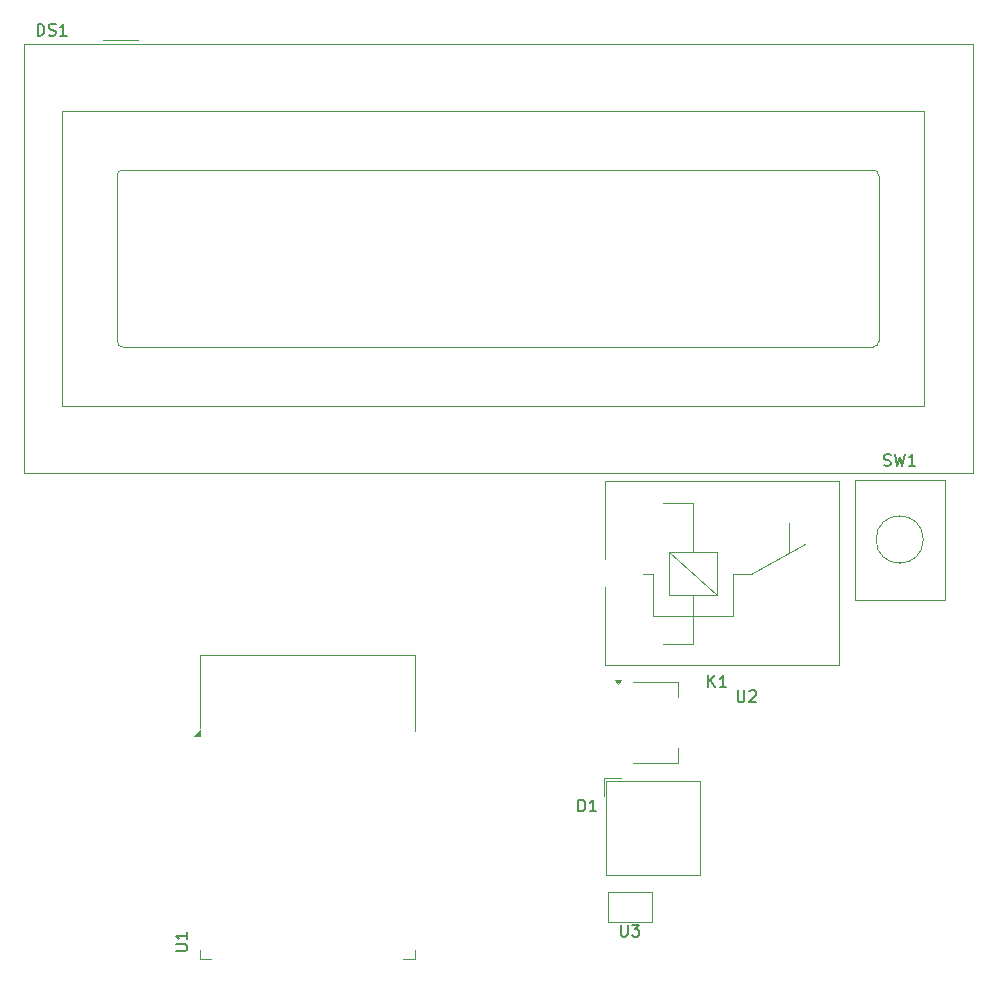
<source format=gbr>
%TF.GenerationSoftware,KiCad,Pcbnew,9.0.0*%
%TF.CreationDate,2025-03-30T19:27:41+05:30*%
%TF.ProjectId,Water_level_controller,57617465-725f-46c6-9576-656c5f636f6e,rev?*%
%TF.SameCoordinates,Original*%
%TF.FileFunction,Legend,Top*%
%TF.FilePolarity,Positive*%
%FSLAX46Y46*%
G04 Gerber Fmt 4.6, Leading zero omitted, Abs format (unit mm)*
G04 Created by KiCad (PCBNEW 9.0.0) date 2025-03-30 19:27:41*
%MOMM*%
%LPD*%
G01*
G04 APERTURE LIST*
%ADD10C,0.150000*%
%ADD11C,0.120000*%
G04 APERTURE END LIST*
D10*
X104404819Y-127756904D02*
X105214342Y-127756904D01*
X105214342Y-127756904D02*
X105309580Y-127709285D01*
X105309580Y-127709285D02*
X105357200Y-127661666D01*
X105357200Y-127661666D02*
X105404819Y-127566428D01*
X105404819Y-127566428D02*
X105404819Y-127375952D01*
X105404819Y-127375952D02*
X105357200Y-127280714D01*
X105357200Y-127280714D02*
X105309580Y-127233095D01*
X105309580Y-127233095D02*
X105214342Y-127185476D01*
X105214342Y-127185476D02*
X104404819Y-127185476D01*
X105404819Y-126185476D02*
X105404819Y-126756904D01*
X105404819Y-126471190D02*
X104404819Y-126471190D01*
X104404819Y-126471190D02*
X104547676Y-126566428D01*
X104547676Y-126566428D02*
X104642914Y-126661666D01*
X104642914Y-126661666D02*
X104690533Y-126756904D01*
X142098095Y-125559819D02*
X142098095Y-126369342D01*
X142098095Y-126369342D02*
X142145714Y-126464580D01*
X142145714Y-126464580D02*
X142193333Y-126512200D01*
X142193333Y-126512200D02*
X142288571Y-126559819D01*
X142288571Y-126559819D02*
X142479047Y-126559819D01*
X142479047Y-126559819D02*
X142574285Y-126512200D01*
X142574285Y-126512200D02*
X142621904Y-126464580D01*
X142621904Y-126464580D02*
X142669523Y-126369342D01*
X142669523Y-126369342D02*
X142669523Y-125559819D01*
X143050476Y-125559819D02*
X143669523Y-125559819D01*
X143669523Y-125559819D02*
X143336190Y-125940771D01*
X143336190Y-125940771D02*
X143479047Y-125940771D01*
X143479047Y-125940771D02*
X143574285Y-125988390D01*
X143574285Y-125988390D02*
X143621904Y-126036009D01*
X143621904Y-126036009D02*
X143669523Y-126131247D01*
X143669523Y-126131247D02*
X143669523Y-126369342D01*
X143669523Y-126369342D02*
X143621904Y-126464580D01*
X143621904Y-126464580D02*
X143574285Y-126512200D01*
X143574285Y-126512200D02*
X143479047Y-126559819D01*
X143479047Y-126559819D02*
X143193333Y-126559819D01*
X143193333Y-126559819D02*
X143098095Y-126512200D01*
X143098095Y-126512200D02*
X143050476Y-126464580D01*
X138511905Y-115954819D02*
X138511905Y-114954819D01*
X138511905Y-114954819D02*
X138750000Y-114954819D01*
X138750000Y-114954819D02*
X138892857Y-115002438D01*
X138892857Y-115002438D02*
X138988095Y-115097676D01*
X138988095Y-115097676D02*
X139035714Y-115192914D01*
X139035714Y-115192914D02*
X139083333Y-115383390D01*
X139083333Y-115383390D02*
X139083333Y-115526247D01*
X139083333Y-115526247D02*
X139035714Y-115716723D01*
X139035714Y-115716723D02*
X138988095Y-115811961D01*
X138988095Y-115811961D02*
X138892857Y-115907200D01*
X138892857Y-115907200D02*
X138750000Y-115954819D01*
X138750000Y-115954819D02*
X138511905Y-115954819D01*
X140035714Y-115954819D02*
X139464286Y-115954819D01*
X139750000Y-115954819D02*
X139750000Y-114954819D01*
X139750000Y-114954819D02*
X139654762Y-115097676D01*
X139654762Y-115097676D02*
X139559524Y-115192914D01*
X139559524Y-115192914D02*
X139464286Y-115240533D01*
X92715714Y-50287319D02*
X92715714Y-49287319D01*
X92715714Y-49287319D02*
X92953809Y-49287319D01*
X92953809Y-49287319D02*
X93096666Y-49334938D01*
X93096666Y-49334938D02*
X93191904Y-49430176D01*
X93191904Y-49430176D02*
X93239523Y-49525414D01*
X93239523Y-49525414D02*
X93287142Y-49715890D01*
X93287142Y-49715890D02*
X93287142Y-49858747D01*
X93287142Y-49858747D02*
X93239523Y-50049223D01*
X93239523Y-50049223D02*
X93191904Y-50144461D01*
X93191904Y-50144461D02*
X93096666Y-50239700D01*
X93096666Y-50239700D02*
X92953809Y-50287319D01*
X92953809Y-50287319D02*
X92715714Y-50287319D01*
X93668095Y-50239700D02*
X93810952Y-50287319D01*
X93810952Y-50287319D02*
X94049047Y-50287319D01*
X94049047Y-50287319D02*
X94144285Y-50239700D01*
X94144285Y-50239700D02*
X94191904Y-50192080D01*
X94191904Y-50192080D02*
X94239523Y-50096842D01*
X94239523Y-50096842D02*
X94239523Y-50001604D01*
X94239523Y-50001604D02*
X94191904Y-49906366D01*
X94191904Y-49906366D02*
X94144285Y-49858747D01*
X94144285Y-49858747D02*
X94049047Y-49811128D01*
X94049047Y-49811128D02*
X93858571Y-49763509D01*
X93858571Y-49763509D02*
X93763333Y-49715890D01*
X93763333Y-49715890D02*
X93715714Y-49668271D01*
X93715714Y-49668271D02*
X93668095Y-49573033D01*
X93668095Y-49573033D02*
X93668095Y-49477795D01*
X93668095Y-49477795D02*
X93715714Y-49382557D01*
X93715714Y-49382557D02*
X93763333Y-49334938D01*
X93763333Y-49334938D02*
X93858571Y-49287319D01*
X93858571Y-49287319D02*
X94096666Y-49287319D01*
X94096666Y-49287319D02*
X94239523Y-49334938D01*
X95191904Y-50287319D02*
X94620476Y-50287319D01*
X94906190Y-50287319D02*
X94906190Y-49287319D01*
X94906190Y-49287319D02*
X94810952Y-49430176D01*
X94810952Y-49430176D02*
X94715714Y-49525414D01*
X94715714Y-49525414D02*
X94620476Y-49573033D01*
X151988095Y-105704819D02*
X151988095Y-106514342D01*
X151988095Y-106514342D02*
X152035714Y-106609580D01*
X152035714Y-106609580D02*
X152083333Y-106657200D01*
X152083333Y-106657200D02*
X152178571Y-106704819D01*
X152178571Y-106704819D02*
X152369047Y-106704819D01*
X152369047Y-106704819D02*
X152464285Y-106657200D01*
X152464285Y-106657200D02*
X152511904Y-106609580D01*
X152511904Y-106609580D02*
X152559523Y-106514342D01*
X152559523Y-106514342D02*
X152559523Y-105704819D01*
X152988095Y-105800057D02*
X153035714Y-105752438D01*
X153035714Y-105752438D02*
X153130952Y-105704819D01*
X153130952Y-105704819D02*
X153369047Y-105704819D01*
X153369047Y-105704819D02*
X153464285Y-105752438D01*
X153464285Y-105752438D02*
X153511904Y-105800057D01*
X153511904Y-105800057D02*
X153559523Y-105895295D01*
X153559523Y-105895295D02*
X153559523Y-105990533D01*
X153559523Y-105990533D02*
X153511904Y-106133390D01*
X153511904Y-106133390D02*
X152940476Y-106704819D01*
X152940476Y-106704819D02*
X153559523Y-106704819D01*
X164376667Y-86657200D02*
X164519524Y-86704819D01*
X164519524Y-86704819D02*
X164757619Y-86704819D01*
X164757619Y-86704819D02*
X164852857Y-86657200D01*
X164852857Y-86657200D02*
X164900476Y-86609580D01*
X164900476Y-86609580D02*
X164948095Y-86514342D01*
X164948095Y-86514342D02*
X164948095Y-86419104D01*
X164948095Y-86419104D02*
X164900476Y-86323866D01*
X164900476Y-86323866D02*
X164852857Y-86276247D01*
X164852857Y-86276247D02*
X164757619Y-86228628D01*
X164757619Y-86228628D02*
X164567143Y-86181009D01*
X164567143Y-86181009D02*
X164471905Y-86133390D01*
X164471905Y-86133390D02*
X164424286Y-86085771D01*
X164424286Y-86085771D02*
X164376667Y-85990533D01*
X164376667Y-85990533D02*
X164376667Y-85895295D01*
X164376667Y-85895295D02*
X164424286Y-85800057D01*
X164424286Y-85800057D02*
X164471905Y-85752438D01*
X164471905Y-85752438D02*
X164567143Y-85704819D01*
X164567143Y-85704819D02*
X164805238Y-85704819D01*
X164805238Y-85704819D02*
X164948095Y-85752438D01*
X165281429Y-85704819D02*
X165519524Y-86704819D01*
X165519524Y-86704819D02*
X165710000Y-85990533D01*
X165710000Y-85990533D02*
X165900476Y-86704819D01*
X165900476Y-86704819D02*
X166138572Y-85704819D01*
X167043333Y-86704819D02*
X166471905Y-86704819D01*
X166757619Y-86704819D02*
X166757619Y-85704819D01*
X166757619Y-85704819D02*
X166662381Y-85847676D01*
X166662381Y-85847676D02*
X166567143Y-85942914D01*
X166567143Y-85942914D02*
X166471905Y-85990533D01*
X149521905Y-105429819D02*
X149521905Y-104429819D01*
X150093333Y-105429819D02*
X149664762Y-104858390D01*
X150093333Y-104429819D02*
X149521905Y-105001247D01*
X151045714Y-105429819D02*
X150474286Y-105429819D01*
X150760000Y-105429819D02*
X150760000Y-104429819D01*
X150760000Y-104429819D02*
X150664762Y-104572676D01*
X150664762Y-104572676D02*
X150569524Y-104667914D01*
X150569524Y-104667914D02*
X150474286Y-104715533D01*
D11*
%TO.C,U1*%
X106440000Y-102705000D02*
X106440000Y-108865000D01*
X106440000Y-102705000D02*
X124680000Y-102705000D01*
X106440000Y-127665000D02*
X106440000Y-128445000D01*
X106440000Y-128445000D02*
X107440000Y-128445000D01*
X124680000Y-102705000D02*
X124680000Y-109120000D01*
X124680000Y-127665000D02*
X124680000Y-128445000D01*
X124680000Y-128445000D02*
X123680000Y-128445000D01*
X106435000Y-109590000D02*
X105935000Y-109590000D01*
X106435000Y-109090000D01*
X106435000Y-109590000D01*
G36*
X106435000Y-109590000D02*
G01*
X105935000Y-109590000D01*
X106435000Y-109090000D01*
X106435000Y-109590000D01*
G37*
%TO.C,U3*%
X141010000Y-122755000D02*
X141010000Y-125355000D01*
X141010000Y-122755000D02*
X144710000Y-122755000D01*
X144710000Y-122755000D02*
X144710000Y-125355000D01*
X144710000Y-125355000D02*
X141010000Y-125355000D01*
%TO.C,D1*%
X140645000Y-113130000D02*
X142135000Y-113130000D01*
X140645000Y-114620000D02*
X140645000Y-113130000D01*
X140885000Y-113370000D02*
X140885000Y-121320000D01*
X140885000Y-121320000D02*
X148835000Y-121320000D01*
X148835000Y-113370000D02*
X140885000Y-113370000D01*
X148835000Y-121320000D02*
X148835000Y-113370000D01*
%TO.C,DS1*%
X91610000Y-51002500D02*
X91610000Y-87282500D01*
X91610000Y-87282500D02*
X171890000Y-87282500D01*
X91620000Y-51002500D02*
X92410000Y-51002500D01*
X94750000Y-56642500D02*
X167750000Y-56642500D01*
X94750000Y-81642500D02*
X94750000Y-56642500D01*
X98250000Y-50642500D02*
X101250000Y-50642500D01*
X99450280Y-76141820D02*
X99450280Y-62142500D01*
X99950000Y-61642500D02*
X163450000Y-61642500D01*
X163450660Y-76642500D02*
X99950000Y-76642500D01*
X163950000Y-62142500D02*
X163950000Y-76142500D01*
X167750000Y-56642500D02*
X167750000Y-81642500D01*
X167750000Y-81642500D02*
X94750000Y-81642500D01*
X171890000Y-51002500D02*
X92410000Y-51002500D01*
X171890000Y-87282500D02*
X171890000Y-51002500D01*
X99450280Y-62141340D02*
G75*
G02*
X99950660Y-61640960I500380J0D01*
G01*
X99950660Y-76642200D02*
G75*
G02*
X99450280Y-76141820I0J500380D01*
G01*
X163450000Y-61642500D02*
G75*
G02*
X163950000Y-62142500I0J-500000D01*
G01*
X163951040Y-76141820D02*
G75*
G02*
X163450660Y-76642140I-500340J20D01*
G01*
%TO.C,U2*%
X143160000Y-105040000D02*
X146920000Y-105040000D01*
X143160000Y-111860000D02*
X146920000Y-111860000D01*
X146920000Y-105040000D02*
X146920000Y-106300000D01*
X146920000Y-111860000D02*
X146920000Y-110600000D01*
X141880000Y-105140000D02*
X141640000Y-104810000D01*
X142120000Y-104810000D01*
X141880000Y-105140000D01*
G36*
X141880000Y-105140000D02*
G01*
X141640000Y-104810000D01*
X142120000Y-104810000D01*
X141880000Y-105140000D01*
G37*
%TO.C,SW1*%
X161900000Y-87860000D02*
X161900000Y-98020000D01*
X161900000Y-87860000D02*
X169520000Y-87860000D01*
X161900000Y-98020000D02*
X169520000Y-98020000D01*
X169520000Y-98020000D02*
X169520000Y-87860000D01*
X167710000Y-92940000D02*
G75*
G02*
X163710000Y-92940000I-2000000J0D01*
G01*
X163710000Y-92940000D02*
G75*
G02*
X167710000Y-92940000I2000000J0D01*
G01*
%TO.C,K1*%
X140760000Y-87975000D02*
X140760000Y-94575000D01*
X140760000Y-87975000D02*
X160560000Y-87975000D01*
X140760000Y-96975000D02*
X140760000Y-103575000D01*
X144810000Y-95825000D02*
X144010000Y-95825000D01*
X144810000Y-95825000D02*
X144810000Y-99425000D01*
X145710000Y-101825000D02*
X148210000Y-101825000D01*
X146210000Y-94025000D02*
X150210000Y-94025000D01*
X146210000Y-97625000D02*
X146210000Y-94025000D01*
X148210000Y-89825000D02*
X145710000Y-89825000D01*
X148210000Y-89825000D02*
X148210000Y-94025000D01*
X148210000Y-97625000D02*
X148210000Y-101825000D01*
X150210000Y-94025000D02*
X150210000Y-97625000D01*
X150210000Y-97625000D02*
X146210000Y-94025000D01*
X150210000Y-97625000D02*
X146210000Y-97625000D01*
X151610000Y-95825000D02*
X151610000Y-99425000D01*
X151610000Y-95825000D02*
X153110000Y-95825000D01*
X151610000Y-99425000D02*
X144810000Y-99425000D01*
X153110000Y-95825000D02*
X157710000Y-93325000D01*
X156310000Y-91575000D02*
X156310000Y-94075000D01*
X160560000Y-87975000D02*
X160560000Y-103575000D01*
X160560000Y-103575000D02*
X140760000Y-103575000D01*
%TD*%
M02*

</source>
